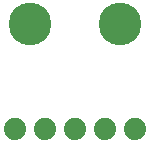
<source format=gbr>
G04 EAGLE Gerber RS-274X export*
G75*
%MOMM*%
%FSLAX34Y34*%
%LPD*%
%INSoldermask Bottom*%
%IPPOS*%
%AMOC8*
5,1,8,0,0,1.08239X$1,22.5*%
G01*
%ADD10C,3.617600*%
%ADD11C,1.879600*%


D10*
X25400Y114300D03*
X101600Y114300D03*
D11*
X12700Y25400D03*
X38100Y25400D03*
X63500Y25400D03*
X88900Y25400D03*
X114300Y25400D03*
M02*

</source>
